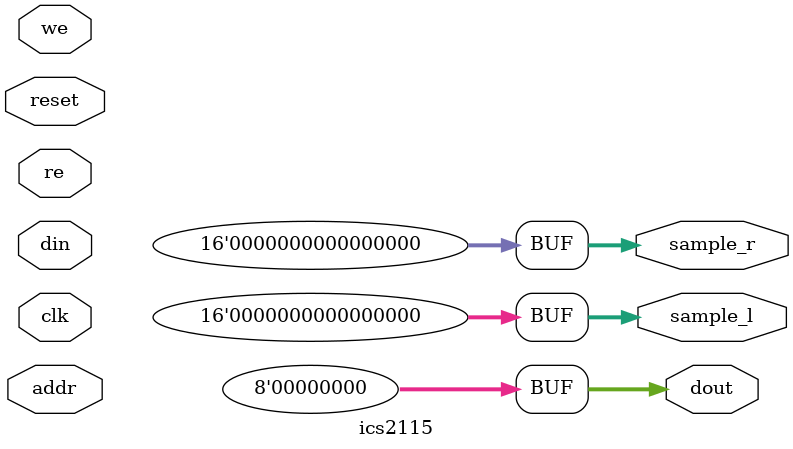
<source format=sv>
module ics2115 (
    input         clk,
    input         reset,
    
    input  [1:0]  addr,
    input  [7:0]  din,
    output [7:0]  dout,
    input         we,
    input         re,

    output [15:0] sample_l,
    output [15:0] sample_r
);

// ICS2115 (Wavetable Synthesizer)
// 32 Voice Polyphony
// External Memory for samples

reg [7:0] regs [0:255]; // Placeholder for chip registers

// Register access logic
always @(posedge clk) begin
    if (reset) begin
        // Reset registers
    end else if (we) begin
        // Update registers based on address
    end
end

assign dout = 8'h00; // Placeholder
assign sample_l = 16'h0000;
assign sample_r = 16'h0000;

endmodule

</source>
